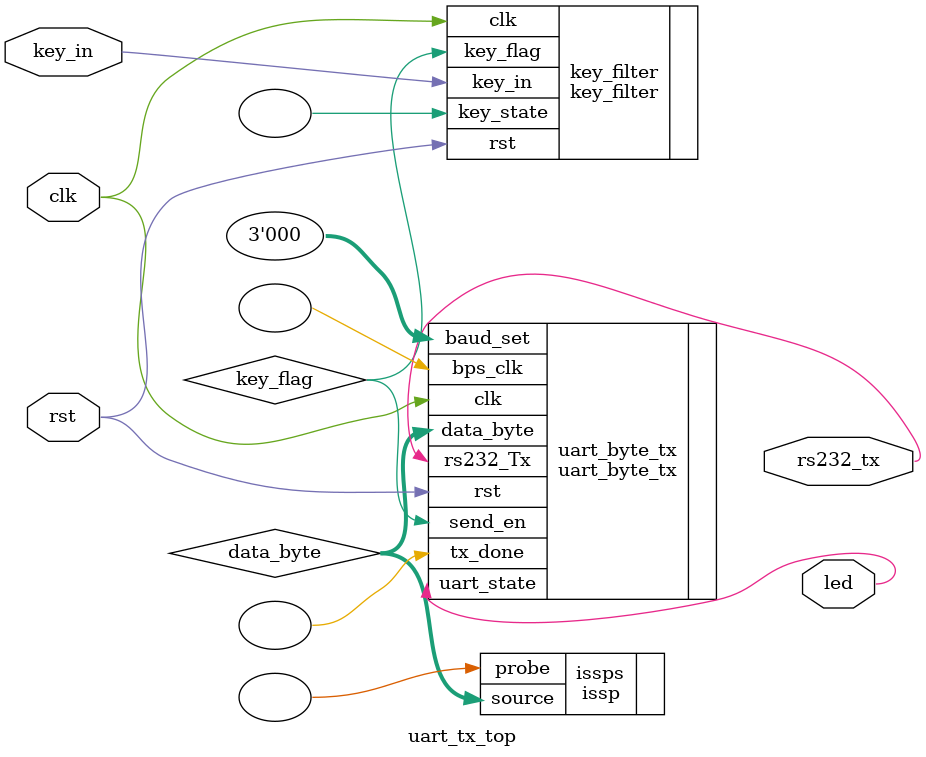
<source format=v>
module uart_tx_top(
	clk,
	rst,
	key_in,
	rs232_tx,
	led
);

input clk;
input rst;
input key_in;
output rs232_tx;
output led;

wire [7:0]data_byte;
wire key_flag;

issp	issps (
	.probe (  ),
	.source ( data_byte )
	);


key_filter key_filter(
	.clk(clk),
	.rst(rst),
	.key_in(key_in),
	.key_flag(key_flag),
	.key_state()
);

uart_byte_tx uart_byte_tx(
	.clk(clk),
	.rst(rst),
	.baud_set(3'd0),
	.data_byte(data_byte),
	.send_en(key_flag),
	.rs232_Tx(rs232_tx),
	.tx_done(),
	.uart_state(led),
	.bps_clk()
);


endmodule 

</source>
